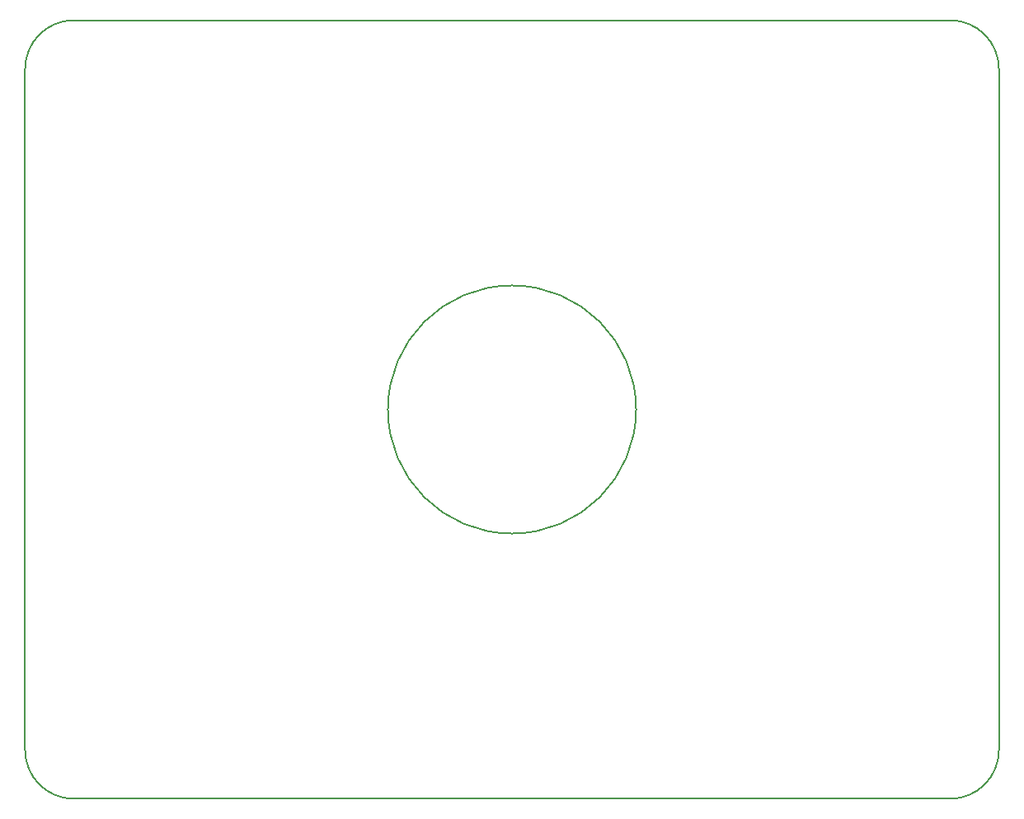
<source format=gbr>
%TF.GenerationSoftware,KiCad,Pcbnew,(5.1.6)-1*%
%TF.CreationDate,2021-02-27T16:35:54+01:00*%
%TF.ProjectId,07_LBAM_DFR,30375f4c-4241-44d5-9f44-46522e6b6963,rev?*%
%TF.SameCoordinates,Original*%
%TF.FileFunction,Other,Fab,Bot*%
%FSLAX46Y46*%
G04 Gerber Fmt 4.6, Leading zero omitted, Abs format (unit mm)*
G04 Created by KiCad (PCBNEW (5.1.6)-1) date 2021-02-27 16:35:54*
%MOMM*%
%LPD*%
G01*
G04 APERTURE LIST*
%TA.AperFunction,Profile*%
%ADD10C,0.150000*%
%TD*%
G04 APERTURE END LIST*
D10*
X162747549Y-105000000D02*
G75*
G03*
X162747549Y-105000000I-12747549J0D01*
G01*
X180000000Y-65000000D02*
X195000000Y-65000000D01*
X157000000Y-65000000D02*
X180000000Y-65000000D01*
X195000000Y-65000000D02*
G75*
G02*
X200000000Y-70000000I0J-5000000D01*
G01*
X200000000Y-140000000D02*
G75*
G02*
X195000000Y-145000000I-5000000J0D01*
G01*
X105000000Y-145000000D02*
G75*
G02*
X100000000Y-140000000I0J5000000D01*
G01*
X100000000Y-70000000D02*
G75*
G02*
X105000000Y-65000000I5000000J0D01*
G01*
X100000000Y-140000000D02*
X100000000Y-70000000D01*
X195000000Y-145000000D02*
X105000000Y-145000000D01*
X200000000Y-70000000D02*
X200000000Y-140000000D01*
X105000000Y-65000000D02*
X157000000Y-65000000D01*
M02*

</source>
